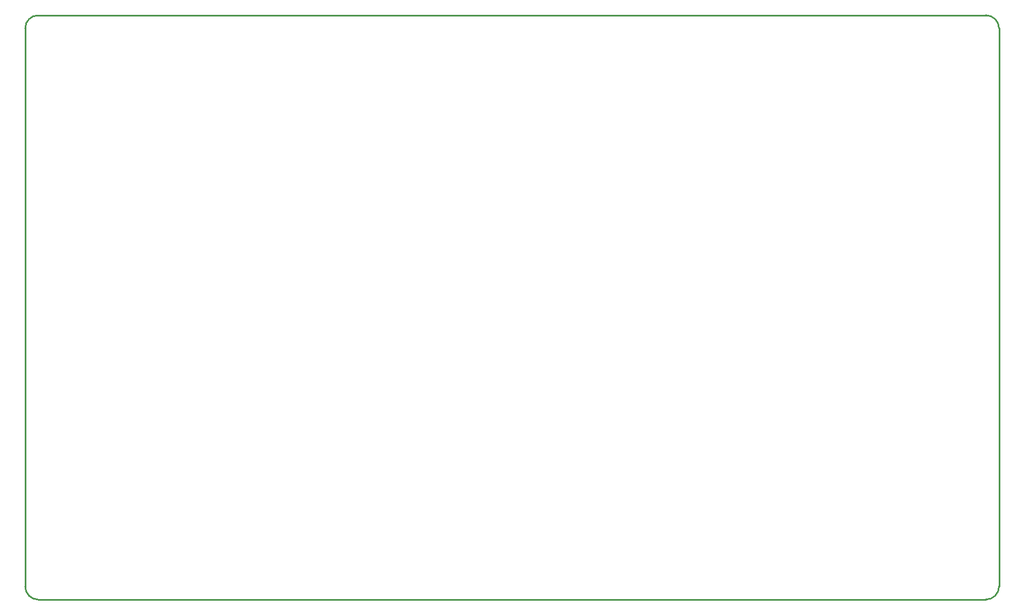
<source format=gko>
G04 Layer: BoardOutlineLayer*
G04 EasyEDA v6.5.23, 2023-06-11 23:43:22*
G04 2b95388b78af4998b8b99e231a31c8e7,07531b1ef0a74d2492736d9a14bc6988,10*
G04 Gerber Generator version 0.2*
G04 Scale: 100 percent, Rotated: No, Reflected: No *
G04 Dimensions in millimeters *
G04 leading zeros omitted , absolute positions ,4 integer and 5 decimal *
%FSLAX45Y45*%
%MOMM*%

%ADD10C,0.2540*%
D10*
X15699968Y5399989D02*
G01*
X15699968Y-3199993D01*
X699998Y-3199993D02*
G01*
X699998Y5399989D01*
X15499968Y-3399993D02*
G01*
X899998Y-3399993D01*
X899998Y5599988D02*
G01*
X15499968Y5599988D01*
G75*
G01*
X15499969Y5599989D02*
G02*
X15699969Y5399989I0J-200000D01*
G75*
G01*
X15699969Y-3199994D02*
G02*
X15499969Y-3399993I-200000J0D01*
G75*
G01*
X899998Y-3399993D02*
G02*
X699999Y-3199994I0J199999D01*
G75*
G01*
X699999Y5399989D02*
G02*
X899998Y5599989I199999J0D01*

%LPD*%
M02*

</source>
